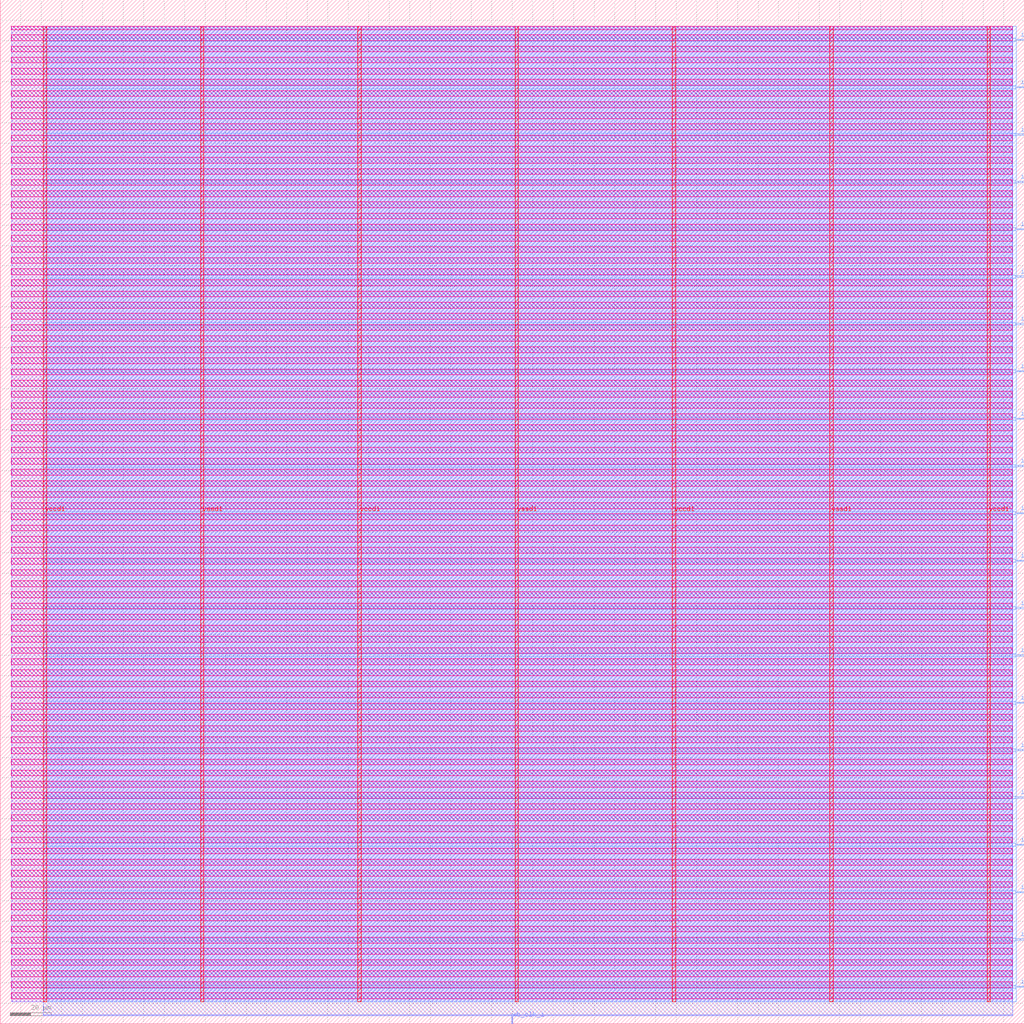
<source format=lef>
VERSION 5.7 ;
  NOWIREEXTENSIONATPIN ON ;
  DIVIDERCHAR "/" ;
  BUSBITCHARS "[]" ;
MACRO user_proj_example
  CLASS BLOCK ;
  FOREIGN user_proj_example ;
  ORIGIN 0.000 0.000 ;
  SIZE 500.000 BY 500.000 ;
  PIN io_in[0]
    DIRECTION INPUT ;
    USE SIGNAL ;
    ANTENNAGATEAREA 0.196500 ;
    PORT
      LAYER met3 ;
        RECT 496.000 17.720 500.000 18.320 ;
    END
  END io_in[0]
  PIN io_in[1]
    DIRECTION INPUT ;
    USE SIGNAL ;
    ANTENNAGATEAREA 0.196500 ;
    PORT
      LAYER met3 ;
        RECT 496.000 87.080 500.000 87.680 ;
    END
  END io_in[1]
  PIN io_in[2]
    DIRECTION INPUT ;
    USE SIGNAL ;
    ANTENNAGATEAREA 0.196500 ;
    PORT
      LAYER met3 ;
        RECT 496.000 156.440 500.000 157.040 ;
    END
  END io_in[2]
  PIN io_in[3]
    DIRECTION INPUT ;
    USE SIGNAL ;
    ANTENNAGATEAREA 0.196500 ;
    PORT
      LAYER met3 ;
        RECT 496.000 225.800 500.000 226.400 ;
    END
  END io_in[3]
  PIN io_in[4]
    DIRECTION INPUT ;
    USE SIGNAL ;
    ANTENNAGATEAREA 0.196500 ;
    PORT
      LAYER met3 ;
        RECT 496.000 295.160 500.000 295.760 ;
    END
  END io_in[4]
  PIN io_in[5]
    DIRECTION INPUT ;
    USE SIGNAL ;
    ANTENNAGATEAREA 0.426000 ;
    PORT
      LAYER met3 ;
        RECT 496.000 364.520 500.000 365.120 ;
    END
  END io_in[5]
  PIN io_in[6]
    DIRECTION INPUT ;
    USE SIGNAL ;
    PORT
      LAYER met3 ;
        RECT 496.000 433.880 500.000 434.480 ;
    END
  END io_in[6]
  PIN io_oeb[0]
    DIRECTION OUTPUT TRISTATE ;
    USE SIGNAL ;
    PORT
      LAYER met3 ;
        RECT 496.000 63.960 500.000 64.560 ;
    END
  END io_oeb[0]
  PIN io_oeb[1]
    DIRECTION OUTPUT TRISTATE ;
    USE SIGNAL ;
    PORT
      LAYER met3 ;
        RECT 496.000 133.320 500.000 133.920 ;
    END
  END io_oeb[1]
  PIN io_oeb[2]
    DIRECTION OUTPUT TRISTATE ;
    USE SIGNAL ;
    PORT
      LAYER met3 ;
        RECT 496.000 202.680 500.000 203.280 ;
    END
  END io_oeb[2]
  PIN io_oeb[3]
    DIRECTION OUTPUT TRISTATE ;
    USE SIGNAL ;
    PORT
      LAYER met3 ;
        RECT 496.000 272.040 500.000 272.640 ;
    END
  END io_oeb[3]
  PIN io_oeb[4]
    DIRECTION OUTPUT TRISTATE ;
    USE SIGNAL ;
    PORT
      LAYER met3 ;
        RECT 496.000 341.400 500.000 342.000 ;
    END
  END io_oeb[4]
  PIN io_oeb[5]
    DIRECTION OUTPUT TRISTATE ;
    USE SIGNAL ;
    PORT
      LAYER met3 ;
        RECT 496.000 410.760 500.000 411.360 ;
    END
  END io_oeb[5]
  PIN io_oeb[6]
    DIRECTION OUTPUT TRISTATE ;
    USE SIGNAL ;
    PORT
      LAYER met3 ;
        RECT 496.000 480.120 500.000 480.720 ;
    END
  END io_oeb[6]
  PIN io_out[0]
    DIRECTION OUTPUT TRISTATE ;
    USE SIGNAL ;
    PORT
      LAYER met3 ;
        RECT 496.000 40.840 500.000 41.440 ;
    END
  END io_out[0]
  PIN io_out[1]
    DIRECTION OUTPUT TRISTATE ;
    USE SIGNAL ;
    PORT
      LAYER met3 ;
        RECT 496.000 110.200 500.000 110.800 ;
    END
  END io_out[1]
  PIN io_out[2]
    DIRECTION OUTPUT TRISTATE ;
    USE SIGNAL ;
    PORT
      LAYER met3 ;
        RECT 496.000 179.560 500.000 180.160 ;
    END
  END io_out[2]
  PIN io_out[3]
    DIRECTION OUTPUT TRISTATE ;
    USE SIGNAL ;
    PORT
      LAYER met3 ;
        RECT 496.000 248.920 500.000 249.520 ;
    END
  END io_out[3]
  PIN io_out[4]
    DIRECTION OUTPUT TRISTATE ;
    USE SIGNAL ;
    PORT
      LAYER met3 ;
        RECT 496.000 318.280 500.000 318.880 ;
    END
  END io_out[4]
  PIN io_out[5]
    DIRECTION OUTPUT TRISTATE ;
    USE SIGNAL ;
    PORT
      LAYER met3 ;
        RECT 496.000 387.640 500.000 388.240 ;
    END
  END io_out[5]
  PIN io_out[6]
    DIRECTION OUTPUT TRISTATE ;
    USE SIGNAL ;
    ANTENNADIFFAREA 2.673000 ;
    PORT
      LAYER met3 ;
        RECT 496.000 457.000 500.000 457.600 ;
    END
  END io_out[6]
  PIN vccd1
    DIRECTION INOUT ;
    USE POWER ;
    PORT
      LAYER met4 ;
        RECT 21.040 10.640 22.640 487.120 ;
    END
    PORT
      LAYER met4 ;
        RECT 174.640 10.640 176.240 487.120 ;
    END
    PORT
      LAYER met4 ;
        RECT 328.240 10.640 329.840 487.120 ;
    END
    PORT
      LAYER met4 ;
        RECT 481.840 10.640 483.440 487.120 ;
    END
  END vccd1
  PIN vssd1
    DIRECTION INOUT ;
    USE GROUND ;
    PORT
      LAYER met4 ;
        RECT 97.840 10.640 99.440 487.120 ;
    END
    PORT
      LAYER met4 ;
        RECT 251.440 10.640 253.040 487.120 ;
    END
    PORT
      LAYER met4 ;
        RECT 405.040 10.640 406.640 487.120 ;
    END
  END vssd1
  PIN wb_clk_i
    DIRECTION INPUT ;
    USE SIGNAL ;
    ANTENNAGATEAREA 0.852000 ;
    PORT
      LAYER met2 ;
        RECT 249.870 0.000 250.150 4.000 ;
    END
  END wb_clk_i
  OBS
      LAYER nwell ;
        RECT 5.330 485.465 494.230 487.070 ;
        RECT 5.330 480.025 494.230 482.855 ;
        RECT 5.330 474.585 494.230 477.415 ;
        RECT 5.330 469.145 494.230 471.975 ;
        RECT 5.330 463.705 494.230 466.535 ;
        RECT 5.330 458.265 494.230 461.095 ;
        RECT 5.330 452.825 494.230 455.655 ;
        RECT 5.330 447.385 494.230 450.215 ;
        RECT 5.330 441.945 494.230 444.775 ;
        RECT 5.330 436.505 494.230 439.335 ;
        RECT 5.330 431.065 494.230 433.895 ;
        RECT 5.330 425.625 494.230 428.455 ;
        RECT 5.330 420.185 494.230 423.015 ;
        RECT 5.330 414.745 494.230 417.575 ;
        RECT 5.330 409.305 494.230 412.135 ;
        RECT 5.330 403.865 494.230 406.695 ;
        RECT 5.330 398.425 494.230 401.255 ;
        RECT 5.330 392.985 494.230 395.815 ;
        RECT 5.330 387.545 494.230 390.375 ;
        RECT 5.330 382.105 494.230 384.935 ;
        RECT 5.330 376.665 494.230 379.495 ;
        RECT 5.330 371.225 494.230 374.055 ;
        RECT 5.330 365.785 494.230 368.615 ;
        RECT 5.330 360.345 494.230 363.175 ;
        RECT 5.330 354.905 494.230 357.735 ;
        RECT 5.330 349.465 494.230 352.295 ;
        RECT 5.330 344.025 494.230 346.855 ;
        RECT 5.330 338.585 494.230 341.415 ;
        RECT 5.330 333.145 494.230 335.975 ;
        RECT 5.330 327.705 494.230 330.535 ;
        RECT 5.330 322.265 494.230 325.095 ;
        RECT 5.330 316.825 494.230 319.655 ;
        RECT 5.330 311.385 494.230 314.215 ;
        RECT 5.330 305.945 494.230 308.775 ;
        RECT 5.330 300.505 494.230 303.335 ;
        RECT 5.330 295.065 494.230 297.895 ;
        RECT 5.330 289.625 494.230 292.455 ;
        RECT 5.330 284.185 494.230 287.015 ;
        RECT 5.330 278.745 494.230 281.575 ;
        RECT 5.330 273.305 494.230 276.135 ;
        RECT 5.330 267.865 494.230 270.695 ;
        RECT 5.330 262.425 494.230 265.255 ;
        RECT 5.330 256.985 494.230 259.815 ;
        RECT 5.330 251.545 494.230 254.375 ;
        RECT 5.330 246.105 494.230 248.935 ;
        RECT 5.330 240.665 494.230 243.495 ;
        RECT 5.330 235.225 494.230 238.055 ;
        RECT 5.330 229.785 494.230 232.615 ;
        RECT 5.330 224.345 494.230 227.175 ;
        RECT 5.330 218.905 494.230 221.735 ;
        RECT 5.330 213.465 494.230 216.295 ;
        RECT 5.330 208.025 494.230 210.855 ;
        RECT 5.330 202.585 494.230 205.415 ;
        RECT 5.330 197.145 494.230 199.975 ;
        RECT 5.330 191.705 494.230 194.535 ;
        RECT 5.330 186.265 494.230 189.095 ;
        RECT 5.330 180.825 494.230 183.655 ;
        RECT 5.330 175.385 494.230 178.215 ;
        RECT 5.330 169.945 494.230 172.775 ;
        RECT 5.330 164.505 494.230 167.335 ;
        RECT 5.330 159.065 494.230 161.895 ;
        RECT 5.330 153.625 494.230 156.455 ;
        RECT 5.330 148.185 494.230 151.015 ;
        RECT 5.330 142.745 494.230 145.575 ;
        RECT 5.330 137.305 494.230 140.135 ;
        RECT 5.330 131.865 494.230 134.695 ;
        RECT 5.330 126.425 494.230 129.255 ;
        RECT 5.330 120.985 494.230 123.815 ;
        RECT 5.330 115.545 494.230 118.375 ;
        RECT 5.330 110.105 494.230 112.935 ;
        RECT 5.330 104.665 494.230 107.495 ;
        RECT 5.330 99.225 494.230 102.055 ;
        RECT 5.330 93.785 494.230 96.615 ;
        RECT 5.330 88.345 494.230 91.175 ;
        RECT 5.330 82.905 494.230 85.735 ;
        RECT 5.330 77.465 494.230 80.295 ;
        RECT 5.330 72.025 494.230 74.855 ;
        RECT 5.330 66.585 494.230 69.415 ;
        RECT 5.330 61.145 494.230 63.975 ;
        RECT 5.330 55.705 494.230 58.535 ;
        RECT 5.330 50.265 494.230 53.095 ;
        RECT 5.330 44.825 494.230 47.655 ;
        RECT 5.330 39.385 494.230 42.215 ;
        RECT 5.330 33.945 494.230 36.775 ;
        RECT 5.330 28.505 494.230 31.335 ;
        RECT 5.330 23.065 494.230 25.895 ;
        RECT 5.330 17.625 494.230 20.455 ;
        RECT 5.330 12.185 494.230 15.015 ;
      LAYER li1 ;
        RECT 5.520 10.795 494.040 486.965 ;
      LAYER met1 ;
        RECT 5.520 10.640 494.430 487.120 ;
      LAYER met2 ;
        RECT 21.070 4.280 494.410 487.065 ;
        RECT 21.070 4.000 249.590 4.280 ;
        RECT 250.430 4.000 494.410 4.280 ;
      LAYER met3 ;
        RECT 21.050 481.120 496.000 487.045 ;
        RECT 21.050 479.720 495.600 481.120 ;
        RECT 21.050 458.000 496.000 479.720 ;
        RECT 21.050 456.600 495.600 458.000 ;
        RECT 21.050 434.880 496.000 456.600 ;
        RECT 21.050 433.480 495.600 434.880 ;
        RECT 21.050 411.760 496.000 433.480 ;
        RECT 21.050 410.360 495.600 411.760 ;
        RECT 21.050 388.640 496.000 410.360 ;
        RECT 21.050 387.240 495.600 388.640 ;
        RECT 21.050 365.520 496.000 387.240 ;
        RECT 21.050 364.120 495.600 365.520 ;
        RECT 21.050 342.400 496.000 364.120 ;
        RECT 21.050 341.000 495.600 342.400 ;
        RECT 21.050 319.280 496.000 341.000 ;
        RECT 21.050 317.880 495.600 319.280 ;
        RECT 21.050 296.160 496.000 317.880 ;
        RECT 21.050 294.760 495.600 296.160 ;
        RECT 21.050 273.040 496.000 294.760 ;
        RECT 21.050 271.640 495.600 273.040 ;
        RECT 21.050 249.920 496.000 271.640 ;
        RECT 21.050 248.520 495.600 249.920 ;
        RECT 21.050 226.800 496.000 248.520 ;
        RECT 21.050 225.400 495.600 226.800 ;
        RECT 21.050 203.680 496.000 225.400 ;
        RECT 21.050 202.280 495.600 203.680 ;
        RECT 21.050 180.560 496.000 202.280 ;
        RECT 21.050 179.160 495.600 180.560 ;
        RECT 21.050 157.440 496.000 179.160 ;
        RECT 21.050 156.040 495.600 157.440 ;
        RECT 21.050 134.320 496.000 156.040 ;
        RECT 21.050 132.920 495.600 134.320 ;
        RECT 21.050 111.200 496.000 132.920 ;
        RECT 21.050 109.800 495.600 111.200 ;
        RECT 21.050 88.080 496.000 109.800 ;
        RECT 21.050 86.680 495.600 88.080 ;
        RECT 21.050 64.960 496.000 86.680 ;
        RECT 21.050 63.560 495.600 64.960 ;
        RECT 21.050 41.840 496.000 63.560 ;
        RECT 21.050 40.440 495.600 41.840 ;
        RECT 21.050 18.720 496.000 40.440 ;
        RECT 21.050 17.320 495.600 18.720 ;
        RECT 21.050 10.715 496.000 17.320 ;
  END
END user_proj_example
END LIBRARY


</source>
